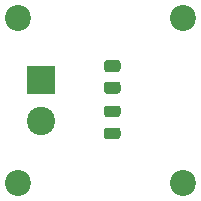
<source format=gts>
G04 #@! TF.GenerationSoftware,KiCad,Pcbnew,6.0.10+dfsg-1~bpo11+1*
G04 #@! TF.CreationDate,2023-02-10T23:25:59+00:00*
G04 #@! TF.ProjectId,kicad-automation-test,6b696361-642d-4617-9574-6f6d6174696f,rev?*
G04 #@! TF.SameCoordinates,Original*
G04 #@! TF.FileFunction,Soldermask,Top*
G04 #@! TF.FilePolarity,Negative*
%FSLAX46Y46*%
G04 Gerber Fmt 4.6, Leading zero omitted, Abs format (unit mm)*
G04 Created by KiCad (PCBNEW 6.0.10+dfsg-1~bpo11+1) date 2023-02-10 23:25:59*
%MOMM*%
%LPD*%
G01*
G04 APERTURE LIST*
%ADD10R,2.400000X2.400000*%
%ADD11C,2.400000*%
%ADD12C,2.200000*%
G04 APERTURE END LIST*
D10*
X136000000Y-88250000D03*
D11*
X136000000Y-91750000D03*
G36*
G01*
X142456250Y-93275000D02*
X141543750Y-93275000D01*
G75*
G02*
X141300000Y-93031250I0J243750D01*
G01*
X141300000Y-92543750D01*
G75*
G02*
X141543750Y-92300000I243750J0D01*
G01*
X142456250Y-92300000D01*
G75*
G02*
X142700000Y-92543750I0J-243750D01*
G01*
X142700000Y-93031250D01*
G75*
G02*
X142456250Y-93275000I-243750J0D01*
G01*
G37*
G36*
G01*
X142456250Y-91400000D02*
X141543750Y-91400000D01*
G75*
G02*
X141300000Y-91156250I0J243750D01*
G01*
X141300000Y-90668750D01*
G75*
G02*
X141543750Y-90425000I243750J0D01*
G01*
X142456250Y-90425000D01*
G75*
G02*
X142700000Y-90668750I0J-243750D01*
G01*
X142700000Y-91156250D01*
G75*
G02*
X142456250Y-91400000I-243750J0D01*
G01*
G37*
G36*
G01*
X141550000Y-86575000D02*
X142450000Y-86575000D01*
G75*
G02*
X142700000Y-86825000I0J-250000D01*
G01*
X142700000Y-87350000D01*
G75*
G02*
X142450000Y-87600000I-250000J0D01*
G01*
X141550000Y-87600000D01*
G75*
G02*
X141300000Y-87350000I0J250000D01*
G01*
X141300000Y-86825000D01*
G75*
G02*
X141550000Y-86575000I250000J0D01*
G01*
G37*
G36*
G01*
X141550000Y-88400000D02*
X142450000Y-88400000D01*
G75*
G02*
X142700000Y-88650000I0J-250000D01*
G01*
X142700000Y-89175000D01*
G75*
G02*
X142450000Y-89425000I-250000J0D01*
G01*
X141550000Y-89425000D01*
G75*
G02*
X141300000Y-89175000I0J250000D01*
G01*
X141300000Y-88650000D01*
G75*
G02*
X141550000Y-88400000I250000J0D01*
G01*
G37*
D12*
X148000000Y-83000000D03*
X148000000Y-97000000D03*
X134000000Y-83000000D03*
X134000000Y-97000000D03*
M02*

</source>
